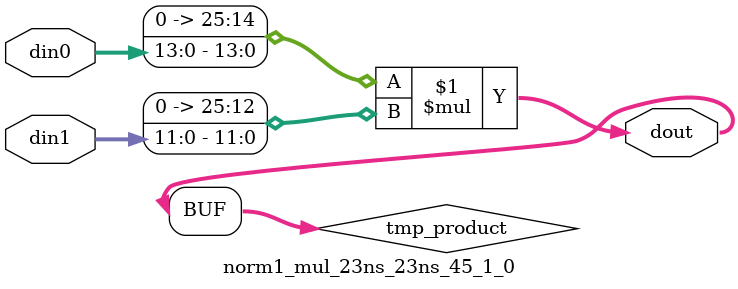
<source format=v>

`timescale 1 ns / 1 ps

 module norm1_mul_23ns_23ns_45_1_0(din0, din1, dout);
parameter ID = 1;
parameter NUM_STAGE = 0;
parameter din0_WIDTH = 14;
parameter din1_WIDTH = 12;
parameter dout_WIDTH = 26;

input [din0_WIDTH - 1 : 0] din0; 
input [din1_WIDTH - 1 : 0] din1; 
output [dout_WIDTH - 1 : 0] dout;

wire signed [dout_WIDTH - 1 : 0] tmp_product;
























assign tmp_product = $signed({1'b0, din0}) * $signed({1'b0, din1});











assign dout = tmp_product;





















endmodule

</source>
